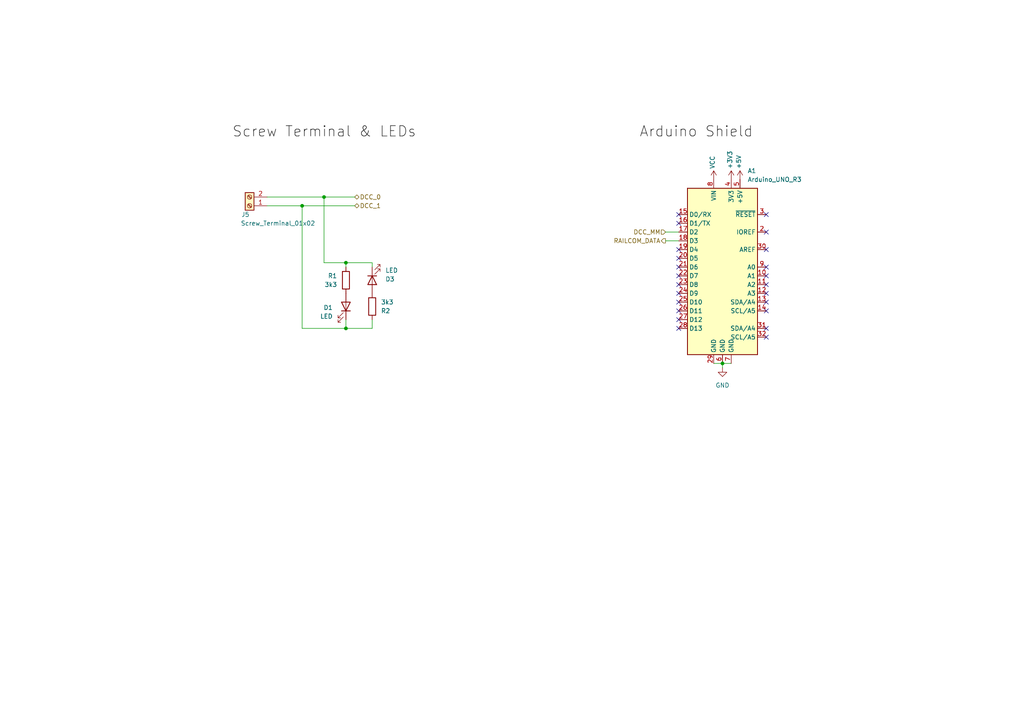
<source format=kicad_sch>
(kicad_sch (version 20230121) (generator eeschema)
  (paper "A4")
  (lib_symbols
    (symbol "Connector:Screw_Terminal_01x02" (pin_names (offset 1.016) hide)
      (property "Reference" "J" (at 0 2.54 0))
      (property "Value" "Screw_Terminal_01x02" (at 0 -5.08 0))
      (symbol "Screw_Terminal_01x02_1_1"
        (rectangle (start -1.27 1.27) (end 1.27 -3.81) (stroke (width 0.254)) (fill (type background)))
        (circle (center 0 -2.54) (radius 0.635) (stroke (width 0.1524)))
        (polyline (pts (xy -0.5334 -2.2098) (xy 0.3302 -3.048)) (stroke (width 0.1524)))
        (polyline (pts (xy -0.5334 0.3302) (xy 0.3302 -0.508)) (stroke (width 0.1524)))
        (polyline (pts (xy -0.3556 -2.032) (xy 0.508 -2.8702)) (stroke (width 0.1524)))
        (polyline (pts (xy -0.3556 0.508) (xy 0.508 -0.3302)) (stroke (width 0.1524)))
        (circle (center 0 0) (radius 0.635) (stroke (width 0.1524)))
        (pin passive line (at -5.08 0 0) (length 3.81) (name "Pin_1") (number "1"))
        (pin passive line (at -5.08 -2.54 0) (length 3.81) (name "Pin_2") (number "2"))
      )
    )
    (symbol "Device:LED" (pin_numbers hide) (pin_names (offset 1.016) hide)
      (property "Reference" "D" (at 0 2.54 0))
      (property "Value" "LED" (at 0 -2.54 0))
      (symbol "LED_0_1"
        (polyline (pts (xy -1.27 -1.27) (xy -1.27 1.27)) (stroke (width 0.254)))
        (polyline (pts (xy -1.27 0) (xy 1.27 0)))
        (polyline (pts (xy 1.27 -1.27) (xy 1.27 1.27) (xy -1.27 0) (xy 1.27 -1.27)) (stroke (width 0.254)))
        (polyline (pts (xy -3.048 -0.762) (xy -4.572 -2.286) (xy -3.81 -2.286) (xy -4.572 -2.286) (xy -4.572 -1.524)))
        (polyline (pts (xy -1.778 -0.762) (xy -3.302 -2.286) (xy -2.54 -2.286) (xy -3.302 -2.286) (xy -3.302 -1.524)))
      )
      (symbol "LED_1_1"
        (pin passive line (at -3.81 0 0) (length 2.54) (name "K") (number "1"))
        (pin passive line (at 3.81 0 180) (length 2.54) (name "A") (number "2"))
      )
    )
    (symbol "Device:R" (pin_numbers hide) (pin_names (offset 0))
      (property "Reference" "R" (at 2.032 0 90))
      (property "Value" "R" (at 0 0 90))
      (symbol "R_0_1"
        (rectangle (start -1.016 -2.54) (end 1.016 2.54) (stroke (width 0.254)))
      )
      (symbol "R_1_1"
        (pin passive line (at 0 3.81 270) (length 1.27) (name "~") (number "1"))
        (pin passive line (at 0 -3.81 90) (length 1.27) (name "~") (number "2"))
      )
    )
    (symbol "MCU_Module:Arduino_UNO_R3"
      (property "Reference" "A" (at -10.16 23.495 0))
      (property "Value" "Arduino_UNO_R3" (at 5.08 -26.67 0))
      (symbol "Arduino_UNO_R3_0_1"
        (rectangle (start -10.16 22.86) (end 10.16 -25.4) (stroke (width 0.254)) (fill (type background)))
      )
      (symbol "Arduino_UNO_R3_1_1"
        (pin no_connect line (at -10.16 -20.32 0) (length 2.54) hide (name "NC") (number "1"))
        (pin bidirectional line (at 12.7 -2.54 180) (length 2.54) (name "A1") (number "10"))
        (pin bidirectional line (at 12.7 -5.08 180) (length 2.54) (name "A2") (number "11"))
        (pin bidirectional line (at 12.7 -7.62 180) (length 2.54) (name "A3") (number "12"))
        (pin bidirectional line (at 12.7 -10.16 180) (length 2.54) (name "SDA/A4") (number "13"))
        (pin bidirectional line (at 12.7 -12.7 180) (length 2.54) (name "SCL/A5") (number "14"))
        (pin bidirectional line (at -12.7 15.24 0) (length 2.54) (name "D0/RX") (number "15"))
        (pin bidirectional line (at -12.7 12.7 0) (length 2.54) (name "D1/TX") (number "16"))
        (pin bidirectional line (at -12.7 10.16 0) (length 2.54) (name "D2") (number "17"))
        (pin bidirectional line (at -12.7 7.62 0) (length 2.54) (name "D3") (number "18"))
        (pin bidirectional line (at -12.7 5.08 0) (length 2.54) (name "D4") (number "19"))
        (pin output line (at 12.7 10.16 180) (length 2.54) (name "IOREF") (number "2"))
        (pin bidirectional line (at -12.7 2.54 0) (length 2.54) (name "D5") (number "20"))
        (pin bidirectional line (at -12.7 0 0) (length 2.54) (name "D6") (number "21"))
        (pin bidirectional line (at -12.7 -2.54 0) (length 2.54) (name "D7") (number "22"))
        (pin bidirectional line (at -12.7 -5.08 0) (length 2.54) (name "D8") (number "23"))
        (pin bidirectional line (at -12.7 -7.62 0) (length 2.54) (name "D9") (number "24"))
        (pin bidirectional line (at -12.7 -10.16 0) (length 2.54) (name "D10") (number "25"))
        (pin bidirectional line (at -12.7 -12.7 0) (length 2.54) (name "D11") (number "26"))
        (pin bidirectional line (at -12.7 -15.24 0) (length 2.54) (name "D12") (number "27"))
        (pin bidirectional line (at -12.7 -17.78 0) (length 2.54) (name "D13") (number "28"))
        (pin power_in line (at -2.54 -27.94 90) (length 2.54) (name "GND") (number "29"))
        (pin input line (at 12.7 15.24 180) (length 2.54) (name "~{RESET}") (number "3"))
        (pin input line (at 12.7 5.08 180) (length 2.54) (name "AREF") (number "30"))
        (pin bidirectional line (at 12.7 -17.78 180) (length 2.54) (name "SDA/A4") (number "31"))
        (pin bidirectional line (at 12.7 -20.32 180) (length 2.54) (name "SCL/A5") (number "32"))
        (pin power_out line (at 2.54 25.4 270) (length 2.54) (name "3V3") (number "4"))
        (pin power_out line (at 5.08 25.4 270) (length 2.54) (name "+5V") (number "5"))
        (pin power_in line (at 0 -27.94 90) (length 2.54) (name "GND") (number "6"))
        (pin power_in line (at 2.54 -27.94 90) (length 2.54) (name "GND") (number "7"))
        (pin power_in line (at -2.54 25.4 270) (length 2.54) (name "VIN") (number "8"))
        (pin bidirectional line (at 12.7 0 180) (length 2.54) (name "A0") (number "9"))
      )
    )
    (symbol "power:+3V3" (power) (pin_names (offset 0))
      (property "Value" "+3V3" (at 0 3.556 0))
      (symbol "+3V3_0_1"
        (polyline (pts (xy -0.762 1.27) (xy 0 2.54)))
        (polyline (pts (xy 0 0) (xy 0 2.54)))
        (polyline (pts (xy 0 2.54) (xy 0.762 1.27)))
      )
      (symbol "+3V3_1_1"
        (pin power_in line (at 0 0 90) (length 0) hide (name "+3V3") (number "1"))
      )
    )
    (symbol "power:+5V" (power) (pin_names (offset 0))
      (property "Value" "+5V" (at 0 3.556 0))
      (symbol "+5V_0_1"
        (polyline (pts (xy -0.762 1.27) (xy 0 2.54)))
        (polyline (pts (xy 0 0) (xy 0 2.54)))
        (polyline (pts (xy 0 2.54) (xy 0.762 1.27)))
      )
      (symbol "+5V_1_1"
        (pin power_in line (at 0 0 90) (length 0) hide (name "+5V") (number "1"))
      )
    )
    (symbol "power:GND" (power) (pin_names (offset 0))
      (property "Value" "GND" (at 0 -3.81 0))
      (symbol "GND_0_1"
        (polyline (pts (xy 0 0) (xy 0 -1.27) (xy 1.27 -1.27) (xy 0 -2.54) (xy -1.27 -1.27) (xy 0 -1.27)))
      )
      (symbol "GND_1_1"
        (pin power_in line (at 0 0 270) (length 0) hide (name "GND") (number "1"))
      )
    )
    (symbol "power:VCC" (power) (pin_names (offset 0))
      (property "Value" "VCC" (at 0 3.81 0))
      (symbol "VCC_0_1"
        (polyline (pts (xy -0.762 1.27) (xy 0 2.54)))
        (polyline (pts (xy 0 0) (xy 0 2.54)))
        (polyline (pts (xy 0 2.54) (xy 0.762 1.27)))
      )
      (symbol "VCC_1_1"
        (pin power_in line (at 0 0 90) (length 0) hide (name "VCC") (number "1"))
      )
    )
  )
  (junction (at 100.33 95.25))
  (junction (at 93.98 57.15))
  (junction (at 100.33 76.2))
  (junction (at 209.55 105.41))
  (junction (at 87.63 59.69))
  (no_connect (at 222.25 82.55))
  (no_connect (at 196.85 77.47))
  (no_connect (at 222.25 77.47))
  (no_connect (at 222.25 90.17))
  (no_connect (at 222.25 80.01))
  (no_connect (at 222.25 85.09))
  (no_connect (at 222.25 67.31))
  (no_connect (at 196.85 72.39))
  (no_connect (at 222.25 72.39))
  (no_connect (at 196.85 85.09))
  (no_connect (at 196.85 95.25))
  (no_connect (at 196.85 82.55))
  (no_connect (at 196.85 87.63))
  (no_connect (at 222.25 97.79))
  (no_connect (at 222.25 62.23))
  (no_connect (at 196.85 62.23))
  (no_connect (at 196.85 80.01))
  (no_connect (at 196.85 92.71))
  (no_connect (at 222.25 87.63))
  (no_connect (at 196.85 90.17))
  (no_connect (at 222.25 95.25))
  (no_connect (at 196.85 64.77))
  (no_connect (at 196.85 74.93))
  (wire (pts (xy 100.33 76.2) (xy 100.33 77.47)))
  (wire (pts (xy 107.95 76.2) (xy 100.33 76.2)))
  (wire (pts (xy 100.33 95.25) (xy 100.33 92.71)))
  (wire (pts (xy 209.55 105.41) (xy 212.09 105.41)))
  (wire (pts (xy 107.95 95.25) (xy 107.95 92.71)))
  (wire (pts (xy 93.98 57.15) (xy 93.98 76.2)))
  (wire (pts (xy 107.95 76.2) (xy 107.95 77.47)))
  (wire (pts (xy 193.04 67.31) (xy 196.85 67.31)))
  (wire (pts (xy 87.63 59.69) (xy 102.87 59.69)))
  (wire (pts (xy 87.63 59.69) (xy 87.63 95.25)))
  (wire (pts (xy 100.33 76.2) (xy 93.98 76.2)))
  (wire (pts (xy 93.98 57.15) (xy 102.87 57.15)))
  (wire (pts (xy 193.04 69.85) (xy 196.85 69.85)))
  (wire (pts (xy 77.47 59.69) (xy 87.63 59.69)))
  (wire (pts (xy 209.55 106.68) (xy 209.55 105.41)))
  (wire (pts (xy 77.47 57.15) (xy 93.98 57.15)))
  (wire (pts (xy 87.63 95.25) (xy 100.33 95.25)))
  (wire (pts (xy 207.01 105.41) (xy 209.55 105.41)))
  (wire (pts (xy 100.33 95.25) (xy 107.95 95.25)))
  (label "Screw Terminal & LEDs" (at 67.31 40.64 0) (effects (font (size 3 3))))
  (label "Arduino Shield" (at 185.42 40.64 0) (effects (font (size 3 3))))
  (hierarchical_label "DCC_0" (shape bidirectional) (at 102.87 57.15 0))
  (hierarchical_label "DCC_MM" (shape input) (at 193.04 67.31 180))
  (hierarchical_label "RAILCOM_DATA" (shape output) (at 193.04 69.85 180))
  (hierarchical_label "DCC_1" (shape bidirectional) (at 102.87 59.69 0))
  (symbol (lib_id "power:VCC") (at 207.01 52.07 0) (mirror y) (unit 1)
    (property "Reference" "#PWR09" (effects hide))
    (property "Value" "VCC" (at 206.629 49.022 90) (effects (justify left)))
    (instances (project "xDuinoRailShield" (path "" (reference "#PWR09") (unit 1)) (path "" (reference "#PWR0501") (unit 1))))
  )
  (symbol (lib_id "Device:LED") (at 100.33 88.9 270) (mirror x) (unit 1)
    (property "Reference" "D1" (at 96.52 89.2175 90) (effects (justify right)))
    (property "Value" "LED" (at 96.52 91.7575 90) (effects (justify right)))
    (property "Footprint" "LED_SMD:LED_0805_2012Metric_Pad1.15x1.40mm_HandSolder" (effects hide))
    (property "LCSC" "C2297" (effects hide))
    (instances (project "xDuinoRailShield" (path "" (reference "D1") (unit 1)) (path "" (reference "D501") (unit 1))))
  )
  (symbol (lib_id "Device:R") (at 100.33 81.28 0) (mirror y) (unit 1)
    (property "Reference" "R1" (at 97.79 80.01 0) (effects (justify left)))
    (property "Value" "3k3" (at 97.79 82.55 0) (effects (justify left)))
    (property "Footprint" "Resistor_SMD:R_0805_2012Metric_Pad1.20x1.40mm_HandSolder" (effects hide))
    (property "LCSC" "C26010" (effects hide))
    (instances (project "xDuinoRailShield" (path "" (reference "R1") (unit 1)) (path "" (reference "R501") (unit 1))))
  )
  (symbol (lib_id "MCU_Module:Arduino_UNO_R3") (at 209.55 77.47 0) (unit 1)
    (property "Reference" "A1" (at 216.8241 49.53 0) (effects (justify left)))
    (property "Value" "Arduino_UNO_R3" (at 216.8241 52.07 0) (effects (justify left)))
    (property "Footprint" "Olis_Footprints:Arduino_UNO_R3_Double_Rows" (effects hide))
    (property "Datasheet" "https://www.arduino.cc/en/Main/arduinoBoardUno" (effects hide))
    (instances (project "xDuinoRailShield" (path "" (reference "A1") (unit 1)) (path "" (reference "A501") (unit 1))))
  )
  (symbol (lib_id "power:+5V") (at 214.63 52.07 0) (mirror y) (unit 1)
    (property "Reference" "#PWR08" (effects hide))
    (property "Value" "+5V" (at 214.2744 49.022 90) (effects (justify left)))
    (instances (project "xDuinoRailShield" (path "" (reference "#PWR08") (unit 1)) (path "" (reference "#PWR0504") (unit 1))))
  )
  (symbol (lib_id "Device:R") (at 107.95 88.9 0) (mirror x) (unit 1)
    (property "Reference" "R2" (at 110.49 90.17 0) (effects (justify left)))
    (property "Value" "3k3" (at 110.49 87.63 0) (effects (justify left)))
    (property "Footprint" "Resistor_SMD:R_0805_2012Metric_Pad1.20x1.40mm_HandSolder" (effects hide))
    (property "LCSC" "C26010" (effects hide))
    (instances (project "xDuinoRailShield" (path "" (reference "R2") (unit 1)) (path "" (reference "R502") (unit 1))))
  )
  (symbol (lib_id "power:GND") (at 209.55 106.68 0) (unit 1)
    (property "Reference" "#PWR05" (effects hide))
    (property "Value" "GND" (at 209.55 111.76 0))
    (instances (project "DecoderInputStages" (path "" (reference "#PWR05") (unit 1))) (project "xDuinoRailShield" (path "" (reference "#PWR01") (unit 1)) (path "" (reference "#PWR0502") (unit 1))))
  )
  (symbol (lib_id "Connector:Screw_Terminal_01x02") (at 72.39 59.69 180) (unit 1)
    (property "Reference" "J5" (at 72.39 62.23 0) (effects (justify left)))
    (property "Value" "Screw_Terminal_01x02" (at 91.44 64.77 0) (effects (justify left)))
    (property "Footprint" "TerminalBlock_4Ucon:TerminalBlock_4Ucon_1x02_P3.50mm_Vertical" (effects hide))
    (property "LCSC" "C8269" (effects hide))
    (instances (project "xDuinoRailShield" (path "" (reference "J5") (unit 1)) (path "" (reference "J501") (unit 1))))
  )
  (symbol (lib_id "power:+3V3") (at 212.09 52.07 0) (mirror y) (unit 1)
    (property "Reference" "#PWR03" (effects hide))
    (property "Value" "+3.3V" (at 211.709 49.022 90) (effects (justify left)))
    (instances (project "xDuinoRailShield" (path "" (reference "#PWR03") (unit 1)) (path "" (reference "#PWR0503") (unit 1))))
  )
  (symbol (lib_id "Device:LED") (at 107.95 81.28 90) (mirror x) (unit 1)
    (property "Reference" "D3" (at 111.76 80.9625 90) (effects (justify right)))
    (property "Value" "LED" (at 111.76 78.4225 90) (effects (justify right)))
    (property "Footprint" "LED_SMD:LED_0805_2012Metric_Pad1.15x1.40mm_HandSolder" (effects hide))
    (property "LCSC" "C2297" (effects hide))
    (instances (project "xDuinoRailShield" (path "" (reference "D3") (unit 1)) (path "" (reference "D502") (unit 1))))
  )
)
</source>
